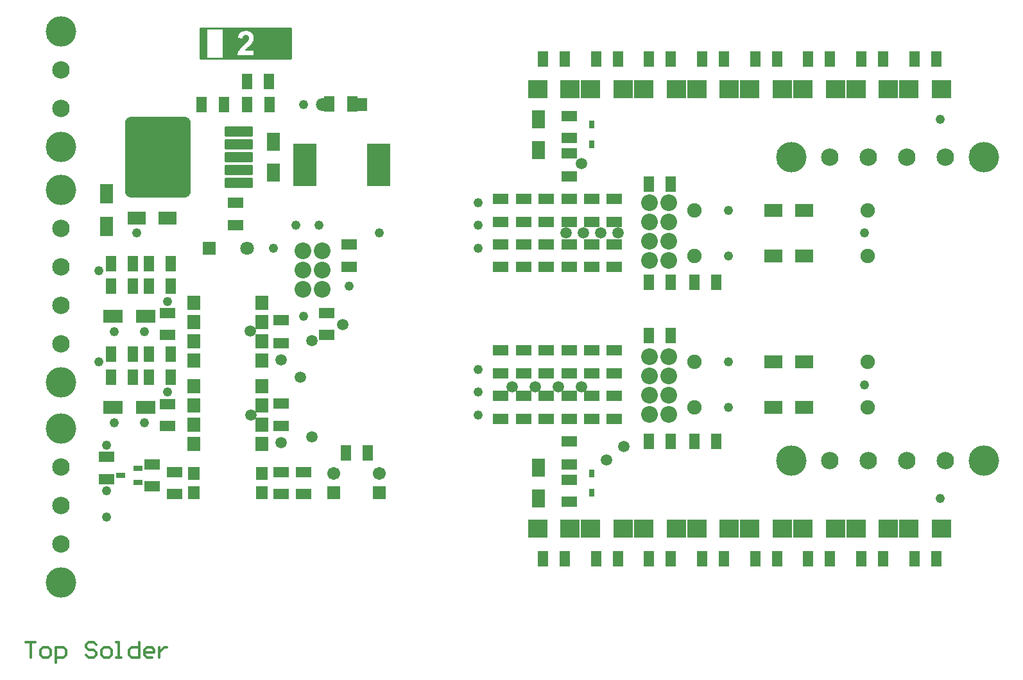
<source format=gts>
G04*
G04 #@! TF.GenerationSoftware,Altium Limited,Altium Designer,22.5.1 (42)*
G04*
G04 Layer_Color=8388736*
%FSLAX25Y25*%
%MOIN*%
G70*
G04*
G04 #@! TF.SameCoordinates,AD146B9C-557F-4D5F-B811-4A91A8D423AC*
G04*
G04*
G04 #@! TF.FilePolarity,Negative*
G04*
G01*
G75*
%ADD10C,0.01181*%
%ADD16C,0.01000*%
%ADD33R,0.03937X0.15748*%
%ADD34R,0.15748X0.15748*%
%ADD35C,0.04800*%
%ADD36R,0.12217X0.22060*%
%ADD37R,0.05328X0.07887*%
%ADD38R,0.07887X0.05328*%
%ADD39R,0.09855X0.06902*%
%ADD40R,0.04737X0.03162*%
%ADD41R,0.05918X0.06706*%
%ADD42R,0.06784X0.07808*%
%ADD43R,0.09461X0.06902*%
%ADD44R,0.06902X0.09855*%
G04:AMPARAMS|DCode=45|XSize=421.39mil|YSize=342.65mil|CornerRadius=37.47mil|HoleSize=0mil|Usage=FLASHONLY|Rotation=270.000|XOffset=0mil|YOffset=0mil|HoleType=Round|Shape=RoundedRectangle|*
%AMROUNDEDRECTD45*
21,1,0.42139,0.26772,0,0,270.0*
21,1,0.34646,0.34265,0,0,270.0*
1,1,0.07493,-0.13386,-0.17323*
1,1,0.07493,-0.13386,0.17323*
1,1,0.07493,0.13386,0.17323*
1,1,0.07493,0.13386,-0.17323*
%
%ADD45ROUNDEDRECTD45*%
G04:AMPARAMS|DCode=46|XSize=53.28mil|YSize=149.73mil|CornerRadius=8.53mil|HoleSize=0mil|Usage=FLASHONLY|Rotation=270.000|XOffset=0mil|YOffset=0mil|HoleType=Round|Shape=RoundedRectangle|*
%AMROUNDEDRECTD46*
21,1,0.05328,0.13268,0,0,270.0*
21,1,0.03622,0.14973,0,0,270.0*
1,1,0.01706,-0.06634,-0.01811*
1,1,0.01706,-0.06634,0.01811*
1,1,0.01706,0.06634,0.01811*
1,1,0.01706,0.06634,-0.01811*
%
%ADD46ROUNDEDRECTD46*%
%ADD47R,0.06902X0.09461*%
%ADD48R,0.07887X0.05328*%
%ADD49R,0.02769X0.04343*%
%ADD50R,0.09855X0.09265*%
%ADD51C,0.07493*%
%ADD52R,0.07099X0.07099*%
%ADD53C,0.07099*%
%ADD54C,0.15761*%
%ADD55C,0.09068*%
%ADD56R,0.06706X0.06706*%
%ADD57C,0.06706*%
%ADD58C,0.08674*%
%ADD59C,0.05918*%
G36*
X127219Y283739D02*
X103597D01*
Y299487D01*
X127219D01*
Y283739D01*
D02*
G37*
%LPC*%
G36*
X115818Y297954D02*
X115636D01*
X115326Y297935D01*
X115035Y297917D01*
X114470Y297826D01*
X113996Y297680D01*
X113778Y297607D01*
X113577Y297516D01*
X113395Y297444D01*
X113249Y297352D01*
X113104Y297280D01*
X112994Y297225D01*
X112903Y297152D01*
X112848Y297115D01*
X112812Y297097D01*
X112794Y297079D01*
X112593Y296897D01*
X112411Y296715D01*
X112247Y296496D01*
X112101Y296259D01*
X111883Y295785D01*
X111701Y295330D01*
X111646Y295093D01*
X111591Y294893D01*
X111537Y294710D01*
X111518Y294547D01*
X111482Y294401D01*
Y294310D01*
X111464Y294237D01*
Y294218D01*
X113869Y293982D01*
X113905Y294346D01*
X113978Y294656D01*
X114051Y294929D01*
X114142Y295129D01*
X114215Y295293D01*
X114288Y295403D01*
X114342Y295476D01*
X114361Y295494D01*
X114543Y295640D01*
X114743Y295749D01*
X114944Y295840D01*
X115144Y295895D01*
X115308Y295931D01*
X115454Y295949D01*
X115582D01*
X115855Y295931D01*
X116092Y295877D01*
X116292Y295804D01*
X116474Y295731D01*
X116602Y295658D01*
X116711Y295585D01*
X116766Y295530D01*
X116784Y295512D01*
X116930Y295330D01*
X117039Y295129D01*
X117112Y294929D01*
X117167Y294729D01*
X117203Y294547D01*
X117221Y294383D01*
Y294291D01*
Y294273D01*
Y294255D01*
X117203Y293982D01*
X117148Y293727D01*
X117057Y293472D01*
X116966Y293253D01*
X116875Y293052D01*
X116784Y292907D01*
X116729Y292816D01*
X116711Y292779D01*
X116638Y292670D01*
X116529Y292542D01*
X116383Y292378D01*
X116237Y292232D01*
X115909Y291886D01*
X115582Y291540D01*
X115253Y291212D01*
X115108Y291067D01*
X114962Y290957D01*
X114853Y290848D01*
X114780Y290775D01*
X114725Y290720D01*
X114707Y290702D01*
X114342Y290356D01*
X114015Y290028D01*
X113705Y289718D01*
X113432Y289445D01*
X113176Y289172D01*
X112958Y288916D01*
X112757Y288698D01*
X112593Y288479D01*
X112448Y288297D01*
X112320Y288133D01*
X112211Y288005D01*
X112138Y287878D01*
X112065Y287805D01*
X112029Y287732D01*
X111992Y287696D01*
Y287678D01*
X111755Y287259D01*
X111573Y286821D01*
X111427Y286420D01*
X111318Y286056D01*
X111245Y285728D01*
X111227Y285600D01*
X111209Y285491D01*
X111190Y285400D01*
X111172Y285327D01*
Y285273D01*
X119644D01*
Y287514D01*
X114834D01*
X114980Y287750D01*
X115144Y287951D01*
X115217Y288042D01*
X115272Y288115D01*
X115308Y288151D01*
X115326Y288170D01*
X115399Y288242D01*
X115472Y288334D01*
X115691Y288534D01*
X115928Y288771D01*
X116165Y289008D01*
X116401Y289226D01*
X116602Y289408D01*
X116675Y289481D01*
X116729Y289536D01*
X116766Y289554D01*
X116784Y289572D01*
X117185Y289955D01*
X117513Y290265D01*
X117786Y290556D01*
X118005Y290775D01*
X118169Y290957D01*
X118278Y291085D01*
X118351Y291176D01*
X118369Y291194D01*
X118606Y291504D01*
X118806Y291795D01*
X118970Y292069D01*
X119098Y292305D01*
X119207Y292506D01*
X119280Y292670D01*
X119317Y292761D01*
X119335Y292797D01*
X119444Y293089D01*
X119517Y293380D01*
X119572Y293654D01*
X119608Y293909D01*
X119626Y294109D01*
X119644Y294273D01*
Y294419D01*
X119626Y294692D01*
X119590Y294966D01*
X119553Y295221D01*
X119481Y295458D01*
X119298Y295877D01*
X119116Y296241D01*
X119007Y296405D01*
X118916Y296533D01*
X118825Y296660D01*
X118734Y296751D01*
X118661Y296824D01*
X118624Y296897D01*
X118588Y296915D01*
X118570Y296933D01*
X118369Y297115D01*
X118132Y297280D01*
X117914Y297407D01*
X117659Y297516D01*
X117185Y297698D01*
X116711Y297826D01*
X116492Y297863D01*
X116292Y297899D01*
X116110Y297917D01*
X115946Y297935D01*
X115818Y297954D01*
D02*
G37*
%LPD*%
D10*
X1181Y-19820D02*
X6429D01*
X3805D01*
Y-27691D01*
X10364D02*
X12988D01*
X14300Y-26379D01*
Y-23755D01*
X12988Y-22444D01*
X10364D01*
X9053Y-23755D01*
Y-26379D01*
X10364Y-27691D01*
X16924Y-30315D02*
Y-22444D01*
X20860D01*
X22172Y-23755D01*
Y-26379D01*
X20860Y-27691D01*
X16924D01*
X37915Y-21132D02*
X36603Y-19820D01*
X33979D01*
X32667Y-21132D01*
Y-22444D01*
X33979Y-23755D01*
X36603D01*
X37915Y-25067D01*
Y-26379D01*
X36603Y-27691D01*
X33979D01*
X32667Y-26379D01*
X41850Y-27691D02*
X44474D01*
X45786Y-26379D01*
Y-23755D01*
X44474Y-22444D01*
X41850D01*
X40538Y-23755D01*
Y-26379D01*
X41850Y-27691D01*
X48410D02*
X51034D01*
X49722D01*
Y-19820D01*
X48410D01*
X60217D02*
Y-27691D01*
X56281D01*
X54970Y-26379D01*
Y-23755D01*
X56281Y-22444D01*
X60217D01*
X66777Y-27691D02*
X64153D01*
X62841Y-26379D01*
Y-23755D01*
X64153Y-22444D01*
X66777D01*
X68089Y-23755D01*
Y-25067D01*
X62841D01*
X70713Y-22444D02*
Y-27691D01*
Y-25067D01*
X72024Y-23755D01*
X73336Y-22444D01*
X74648D01*
D16*
X91786Y283739D02*
Y299487D01*
X139030D01*
Y283739D02*
Y299487D01*
X91786Y283739D02*
X139030D01*
D33*
X93755Y291613D02*
D03*
D34*
X131156D02*
D03*
D35*
X145669Y259842D02*
D03*
X185039Y192913D02*
D03*
X153543Y196850D02*
D03*
X141732D02*
D03*
X129921Y185039D02*
D03*
X169291Y165354D02*
D03*
X145669Y149606D02*
D03*
X62992Y141732D02*
D03*
X39370Y125984D02*
D03*
X47244Y141732D02*
D03*
X74803Y110236D02*
D03*
X62992Y94488D02*
D03*
X47244D02*
D03*
X43307Y82677D02*
D03*
Y45276D02*
D03*
Y59055D02*
D03*
X74803Y157480D02*
D03*
X39370Y173228D02*
D03*
X59055Y192913D02*
D03*
X236221Y208661D02*
D03*
Y196850D02*
D03*
Y185039D02*
D03*
X437008Y114173D02*
D03*
Y192913D02*
D03*
X366142Y204724D02*
D03*
Y181102D02*
D03*
Y125984D02*
D03*
Y102362D02*
D03*
X236221Y122047D02*
D03*
Y110236D02*
D03*
Y98425D02*
D03*
X476378Y251969D02*
D03*
Y55118D02*
D03*
D36*
X184449Y228346D02*
D03*
X146260D02*
D03*
D37*
X159000Y260000D02*
D03*
X170811D02*
D03*
X178937Y78740D02*
D03*
X167520D02*
D03*
X76575Y129921D02*
D03*
X65158D02*
D03*
X76575Y118110D02*
D03*
X65158D02*
D03*
X56890Y129921D02*
D03*
X45472D02*
D03*
X56890Y118110D02*
D03*
X45472D02*
D03*
X76575Y165354D02*
D03*
X65158D02*
D03*
X56890D02*
D03*
X45472D02*
D03*
X56890Y177165D02*
D03*
X45472D02*
D03*
X76575D02*
D03*
X65158D02*
D03*
X104134Y259842D02*
D03*
X92716D02*
D03*
X116142D02*
D03*
X127953D02*
D03*
X127756Y271654D02*
D03*
X116339D02*
D03*
X325000Y218504D02*
D03*
X336417D02*
D03*
X360039Y167323D02*
D03*
X348622D02*
D03*
X325000D02*
D03*
X336417D02*
D03*
X325000Y139764D02*
D03*
X336417D02*
D03*
X348622Y84646D02*
D03*
X360039D02*
D03*
X325000D02*
D03*
X336417D02*
D03*
X446654Y283465D02*
D03*
X435236D02*
D03*
X419095D02*
D03*
X407677D02*
D03*
X391535D02*
D03*
X380118D02*
D03*
X363976D02*
D03*
X352559D02*
D03*
X336417D02*
D03*
X325000D02*
D03*
X308858D02*
D03*
X297441D02*
D03*
X281299D02*
D03*
X269882D02*
D03*
X474213D02*
D03*
X462795D02*
D03*
X474213Y23622D02*
D03*
X462795D02*
D03*
X446654D02*
D03*
X435236D02*
D03*
X419095D02*
D03*
X407677D02*
D03*
X391535D02*
D03*
X380118D02*
D03*
X363976D02*
D03*
X352559D02*
D03*
X336417D02*
D03*
X325000D02*
D03*
X308858D02*
D03*
X297441D02*
D03*
X281299D02*
D03*
X269882D02*
D03*
D38*
X169291Y187008D02*
D03*
Y175197D02*
D03*
X157480Y151378D02*
D03*
Y139961D02*
D03*
X133858Y135827D02*
D03*
Y147638D02*
D03*
Y92520D02*
D03*
Y104331D02*
D03*
X145669Y57284D02*
D03*
Y68701D02*
D03*
X133858Y57284D02*
D03*
Y68701D02*
D03*
X43307Y76575D02*
D03*
Y65158D02*
D03*
X66929Y61221D02*
D03*
Y72638D02*
D03*
X78740Y68701D02*
D03*
Y57284D02*
D03*
X74803Y151378D02*
D03*
Y139961D02*
D03*
X283465Y222441D02*
D03*
Y234252D02*
D03*
Y253740D02*
D03*
Y242323D02*
D03*
Y84646D02*
D03*
Y72835D02*
D03*
Y53347D02*
D03*
Y64764D02*
D03*
X74803Y104134D02*
D03*
Y92716D02*
D03*
X110236Y208661D02*
D03*
Y196850D02*
D03*
D39*
X46654Y102362D02*
D03*
X63583D02*
D03*
X46654Y149606D02*
D03*
X63583D02*
D03*
D40*
X50591Y66929D02*
D03*
X59646Y70669D02*
D03*
Y63189D02*
D03*
D41*
X124016Y57992D02*
D03*
Y67992D02*
D03*
X88583D02*
D03*
Y57992D02*
D03*
D42*
X88563Y113425D02*
D03*
Y103425D02*
D03*
Y93425D02*
D03*
Y83425D02*
D03*
X124036Y113425D02*
D03*
Y103425D02*
D03*
Y93425D02*
D03*
Y83425D02*
D03*
X88563Y156732D02*
D03*
Y146732D02*
D03*
Y136732D02*
D03*
Y126732D02*
D03*
X124036Y156732D02*
D03*
Y146732D02*
D03*
Y136732D02*
D03*
Y126732D02*
D03*
D43*
X75000Y200787D02*
D03*
X58858D02*
D03*
X389567Y181102D02*
D03*
X405709D02*
D03*
X405709Y204724D02*
D03*
X389567D02*
D03*
X405709Y102362D02*
D03*
X389567D02*
D03*
X389567Y125984D02*
D03*
X405709D02*
D03*
D44*
X43307Y196260D02*
D03*
Y213189D02*
D03*
D45*
X70079Y232283D02*
D03*
D46*
X112008Y245669D02*
D03*
Y238976D02*
D03*
Y232283D02*
D03*
Y225591D02*
D03*
Y218898D02*
D03*
D47*
X129921Y224213D02*
D03*
Y240354D02*
D03*
X267717Y252165D02*
D03*
Y236024D02*
D03*
Y54921D02*
D03*
Y71063D02*
D03*
D48*
X307087Y210630D02*
D03*
Y198819D02*
D03*
X295276Y210630D02*
D03*
Y198819D02*
D03*
X283465Y210630D02*
D03*
Y198819D02*
D03*
X271654Y210630D02*
D03*
Y198819D02*
D03*
X259842Y210630D02*
D03*
Y198819D02*
D03*
X248031Y210630D02*
D03*
Y198819D02*
D03*
X307087Y187008D02*
D03*
Y175197D02*
D03*
X295276Y187008D02*
D03*
Y175197D02*
D03*
X283465Y187008D02*
D03*
Y175197D02*
D03*
X271654Y187008D02*
D03*
Y175197D02*
D03*
X259842Y187008D02*
D03*
Y175197D02*
D03*
X248031Y187008D02*
D03*
Y175197D02*
D03*
X307087Y108268D02*
D03*
Y96457D02*
D03*
X295276Y108268D02*
D03*
Y96457D02*
D03*
X283465Y108268D02*
D03*
Y96457D02*
D03*
X271654Y108268D02*
D03*
Y96457D02*
D03*
X259842Y108268D02*
D03*
Y96457D02*
D03*
X248031Y108268D02*
D03*
Y96457D02*
D03*
X307087Y131890D02*
D03*
Y120079D02*
D03*
X295276Y131890D02*
D03*
Y120079D02*
D03*
X283465Y131890D02*
D03*
Y120079D02*
D03*
X271654Y131890D02*
D03*
Y120079D02*
D03*
X259842Y131890D02*
D03*
Y120079D02*
D03*
X248031Y131890D02*
D03*
Y120079D02*
D03*
D49*
X295276Y238976D02*
D03*
Y249213D02*
D03*
Y68110D02*
D03*
Y57874D02*
D03*
D50*
X284055Y267717D02*
D03*
X267126D02*
D03*
X311614D02*
D03*
X294685D02*
D03*
X339173D02*
D03*
X322244D02*
D03*
X366732D02*
D03*
X349803D02*
D03*
X394291D02*
D03*
X377362D02*
D03*
X421850D02*
D03*
X404921D02*
D03*
X449409D02*
D03*
X432480D02*
D03*
X460039D02*
D03*
X476968D02*
D03*
X460039Y39370D02*
D03*
X476968D02*
D03*
X449409D02*
D03*
X432480D02*
D03*
X421850D02*
D03*
X404921D02*
D03*
X394291D02*
D03*
X377362D02*
D03*
X366732D02*
D03*
X349803D02*
D03*
X339173D02*
D03*
X322244D02*
D03*
X311614D02*
D03*
X294685D02*
D03*
X284055D02*
D03*
X267126D02*
D03*
D51*
X348701Y102362D02*
D03*
X438701D02*
D03*
X348701Y125984D02*
D03*
X438701D02*
D03*
X348701Y204724D02*
D03*
X438701D02*
D03*
X348701Y181102D02*
D03*
X438701D02*
D03*
D52*
X175197Y259842D02*
D03*
X96457Y185039D02*
D03*
D53*
X155512Y259842D02*
D03*
X116142Y185039D02*
D03*
D54*
X19685Y237717D02*
D03*
Y297716D02*
D03*
X19685Y215354D02*
D03*
Y115354D02*
D03*
Y91181D02*
D03*
Y11181D02*
D03*
X398819Y74803D02*
D03*
X498819D02*
D03*
Y232283D02*
D03*
X398819D02*
D03*
D55*
X19685Y257716D02*
D03*
Y277716D02*
D03*
X19685Y195354D02*
D03*
Y175354D02*
D03*
Y155354D02*
D03*
Y135354D02*
D03*
Y71181D02*
D03*
Y51181D02*
D03*
Y31181D02*
D03*
X418819Y74803D02*
D03*
X438819D02*
D03*
X458819D02*
D03*
X478819D02*
D03*
Y232283D02*
D03*
X458819D02*
D03*
X438819D02*
D03*
X418819D02*
D03*
D56*
X161417Y57992D02*
D03*
X185039D02*
D03*
D57*
X161417Y67992D02*
D03*
X185039D02*
D03*
D58*
X145158Y183543D02*
D03*
X155157D02*
D03*
X145158Y173543D02*
D03*
X155157D02*
D03*
Y163543D02*
D03*
X145158D02*
D03*
X335157Y98543D02*
D03*
X325157D02*
D03*
X335157Y108543D02*
D03*
X325157D02*
D03*
X335157Y118543D02*
D03*
X325157D02*
D03*
X335157Y128543D02*
D03*
X325157D02*
D03*
X335157Y178543D02*
D03*
X325157D02*
D03*
X335157Y188543D02*
D03*
X325157D02*
D03*
X335157Y198543D02*
D03*
X325157D02*
D03*
Y208543D02*
D03*
X335157D02*
D03*
D59*
X150000Y87000D02*
D03*
X165834Y145190D02*
D03*
X144000Y118000D02*
D03*
X118275Y98275D02*
D03*
X118000Y142000D02*
D03*
X134000Y127000D02*
D03*
Y84000D02*
D03*
X150000Y137000D02*
D03*
X291000Y193000D02*
D03*
X300000D02*
D03*
X309000D02*
D03*
X290000Y113000D02*
D03*
X278000D02*
D03*
X254000D02*
D03*
X266000D02*
D03*
X282000Y193000D02*
D03*
X290000Y229000D02*
D03*
X303000Y75000D02*
D03*
X312000Y82000D02*
D03*
M02*

</source>
